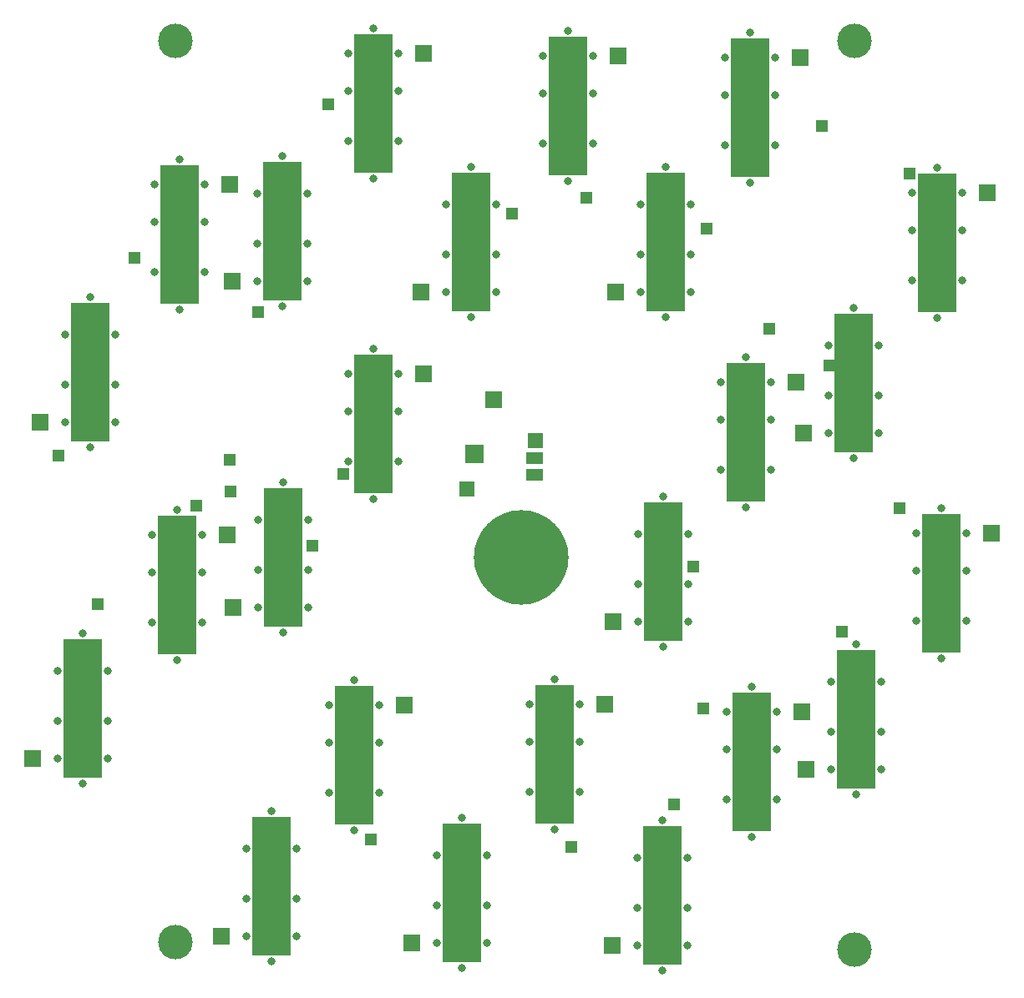
<source format=gts>
G75*
%MOIN*%
%OFA0B0*%
%FSLAX25Y25*%
%IPPOS*%
%LPD*%
%AMOC8*
5,1,8,0,0,1.08239X$1,22.5*
%
%ADD10C,0.03162*%
%ADD11C,0.13800*%
%ADD12C,0.37808*%
%ADD13R,0.15800X0.55800*%
%ADD14R,0.06800X0.06800*%
%ADD15R,0.06509X0.04737*%
%ADD16R,0.07400X0.07400*%
%ADD17R,0.06115X0.06115*%
%ADD18R,0.04762X0.04762*%
%ADD19R,0.06706X0.06706*%
D10*
X0114262Y0063133D03*
X0142562Y0068433D03*
X0152562Y0058433D03*
X0162562Y0068433D03*
X0162562Y0083433D03*
X0162562Y0103433D03*
X0152562Y0118433D03*
X0142562Y0103433D03*
X0142562Y0083433D03*
X0185662Y0110733D03*
X0195662Y0125733D03*
X0195662Y0145733D03*
X0195662Y0160733D03*
X0185662Y0170733D03*
X0175662Y0160733D03*
X0175662Y0145733D03*
X0175662Y0125733D03*
X0218662Y0100733D03*
X0228662Y0115733D03*
X0238662Y0100733D03*
X0238662Y0080733D03*
X0238662Y0065733D03*
X0228662Y0055733D03*
X0218662Y0065733D03*
X0218662Y0080733D03*
X0255662Y0126033D03*
X0265662Y0111033D03*
X0275662Y0126033D03*
X0275662Y0146033D03*
X0275662Y0161033D03*
X0265662Y0171033D03*
X0255662Y0161033D03*
X0255662Y0146033D03*
X0298662Y0099933D03*
X0308662Y0114933D03*
X0318662Y0099933D03*
X0318662Y0079933D03*
X0318662Y0064933D03*
X0308662Y0054933D03*
X0298662Y0064933D03*
X0298662Y0079933D03*
X0344362Y0108233D03*
X0354362Y0123233D03*
X0375862Y0135233D03*
X0385862Y0125233D03*
X0395862Y0135233D03*
X0395862Y0150233D03*
X0395862Y0170233D03*
X0385862Y0185233D03*
X0375862Y0170233D03*
X0354362Y0158233D03*
X0344362Y0168233D03*
X0334362Y0158233D03*
X0334362Y0143233D03*
X0354362Y0143233D03*
X0375862Y0150233D03*
X0334362Y0123233D03*
X0385262Y0063133D03*
X0419962Y0179533D03*
X0429962Y0194533D03*
X0429962Y0214533D03*
X0429962Y0229533D03*
X0419962Y0239533D03*
X0409962Y0229533D03*
X0409962Y0214533D03*
X0409962Y0194533D03*
X0351962Y0254733D03*
X0341962Y0239733D03*
X0331962Y0254733D03*
X0331962Y0274733D03*
X0331962Y0289733D03*
X0341962Y0299733D03*
X0351962Y0289733D03*
X0351962Y0274733D03*
X0374962Y0269533D03*
X0384962Y0259533D03*
X0394962Y0269533D03*
X0394962Y0284533D03*
X0394962Y0304533D03*
X0384962Y0319533D03*
X0374962Y0304533D03*
X0374962Y0284533D03*
X0418162Y0315533D03*
X0428162Y0330533D03*
X0428162Y0350533D03*
X0428162Y0365533D03*
X0418162Y0375533D03*
X0408162Y0365533D03*
X0408162Y0350533D03*
X0408162Y0330533D03*
X0353562Y0384633D03*
X0343562Y0369633D03*
X0333562Y0384633D03*
X0333562Y0404633D03*
X0333562Y0419633D03*
X0343562Y0429633D03*
X0353562Y0419633D03*
X0353562Y0404633D03*
X0385262Y0426133D03*
X0320062Y0360733D03*
X0310062Y0375733D03*
X0300062Y0360733D03*
X0300062Y0340733D03*
X0300062Y0325733D03*
X0310062Y0315733D03*
X0320062Y0325733D03*
X0320062Y0340733D03*
X0281062Y0385233D03*
X0271062Y0370233D03*
X0261062Y0385233D03*
X0261062Y0405233D03*
X0261062Y0420233D03*
X0271062Y0430233D03*
X0281062Y0420233D03*
X0281062Y0405233D03*
X0242162Y0360833D03*
X0232162Y0375833D03*
X0222162Y0360833D03*
X0222162Y0340833D03*
X0222162Y0325833D03*
X0232162Y0315833D03*
X0242162Y0325833D03*
X0242162Y0340833D03*
X0203362Y0386133D03*
X0193362Y0371133D03*
X0183362Y0386133D03*
X0183362Y0406133D03*
X0183362Y0421133D03*
X0193362Y0431133D03*
X0203362Y0421133D03*
X0203362Y0406133D03*
X0156862Y0380233D03*
X0166862Y0365233D03*
X0166862Y0345233D03*
X0166862Y0330233D03*
X0156862Y0320233D03*
X0146862Y0330233D03*
X0146862Y0345233D03*
X0146862Y0365233D03*
X0125862Y0368733D03*
X0115862Y0378733D03*
X0105862Y0368733D03*
X0105862Y0353733D03*
X0125862Y0353733D03*
X0125862Y0333733D03*
X0115862Y0318733D03*
X0105862Y0333733D03*
X0090362Y0308933D03*
X0080362Y0323933D03*
X0070362Y0308933D03*
X0070362Y0288933D03*
X0070362Y0273933D03*
X0080362Y0263933D03*
X0090362Y0273933D03*
X0090362Y0288933D03*
X0114962Y0238933D03*
X0124962Y0228933D03*
X0124962Y0213933D03*
X0124962Y0193933D03*
X0114962Y0178933D03*
X0104962Y0193933D03*
X0104962Y0213933D03*
X0104962Y0228933D03*
X0147262Y0234733D03*
X0157262Y0249733D03*
X0167262Y0234733D03*
X0167262Y0214733D03*
X0167262Y0199733D03*
X0157262Y0189733D03*
X0147262Y0199733D03*
X0147262Y0214733D03*
X0183162Y0258033D03*
X0193162Y0243033D03*
X0203162Y0258033D03*
X0203162Y0278033D03*
X0203162Y0293033D03*
X0193162Y0303033D03*
X0183162Y0293033D03*
X0183162Y0278033D03*
X0077462Y0189533D03*
X0087462Y0174533D03*
X0067462Y0174533D03*
X0067462Y0154533D03*
X0067462Y0139533D03*
X0077462Y0129533D03*
X0087462Y0139533D03*
X0087462Y0154533D03*
X0299062Y0194333D03*
X0309062Y0184333D03*
X0319062Y0194333D03*
X0319062Y0209333D03*
X0319062Y0229333D03*
X0309062Y0244333D03*
X0299062Y0229333D03*
X0299062Y0209333D03*
X0114262Y0426133D03*
D11*
X0114262Y0426133D03*
X0385262Y0426133D03*
X0385262Y0063133D03*
X0114162Y0066233D03*
D12*
X0252462Y0219833D03*
D13*
X0309062Y0214333D03*
X0341962Y0269733D03*
X0384962Y0289533D03*
X0418162Y0345533D03*
X0343562Y0399633D03*
X0310062Y0345733D03*
X0271062Y0400233D03*
X0232162Y0345833D03*
X0193362Y0401133D03*
X0156862Y0350233D03*
X0115862Y0348733D03*
X0080362Y0293933D03*
X0157262Y0219733D03*
X0114962Y0208933D03*
X0077462Y0159533D03*
X0152562Y0088433D03*
X0185662Y0140733D03*
X0228662Y0085733D03*
X0265662Y0141033D03*
X0308662Y0084933D03*
X0344362Y0138233D03*
X0385862Y0155233D03*
X0419962Y0209533D03*
X0193162Y0273033D03*
D14*
X0213162Y0293033D03*
X0212162Y0325833D03*
X0136862Y0330233D03*
X0135862Y0368733D03*
X0213362Y0421133D03*
X0291062Y0420233D03*
X0363562Y0419633D03*
X0438162Y0365533D03*
X0361962Y0289733D03*
X0364962Y0269533D03*
X0439962Y0229533D03*
X0364362Y0158233D03*
X0365862Y0135233D03*
X0289062Y0194333D03*
X0285662Y0161033D03*
X0205662Y0160733D03*
X0137262Y0199733D03*
X0134962Y0228933D03*
X0060362Y0273933D03*
X0057462Y0139533D03*
X0132562Y0068433D03*
X0208662Y0065733D03*
X0288662Y0064933D03*
X0290062Y0325733D03*
D15*
X0257737Y0259398D03*
X0257737Y0252941D03*
D16*
X0233562Y0261233D03*
D17*
X0230762Y0247033D03*
X0257862Y0266633D03*
D18*
X0320862Y0216233D03*
X0324862Y0159633D03*
X0313162Y0121233D03*
X0272362Y0104233D03*
X0192362Y0107033D03*
X0083162Y0201133D03*
X0122562Y0240533D03*
X0136262Y0246333D03*
X0135962Y0258733D03*
X0168962Y0224533D03*
X0181462Y0253133D03*
X0147362Y0317733D03*
X0098062Y0339633D03*
X0067662Y0260433D03*
X0175462Y0400933D03*
X0248662Y0357033D03*
X0278362Y0363433D03*
X0326462Y0351233D03*
X0351162Y0311133D03*
X0375262Y0296633D03*
X0403162Y0239533D03*
X0380162Y0190033D03*
X0407162Y0373033D03*
X0372462Y0392133D03*
D19*
X0241162Y0282933D03*
M02*

</source>
